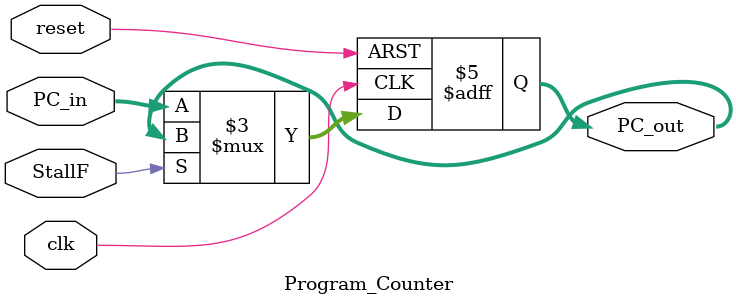
<source format=v>
module Program_Counter(clk, reset, PC_in, PC_out, StallF);

    input clk, reset, StallF;
    input [31:0] PC_in;
    output reg [31:0] PC_out;

    always @(posedge clk or posedge reset)
    begin
        if(reset)
            PC_out <= 32'b0;
        else if(StallF)
            PC_out <= PC_out;
        else
            PC_out <= PC_in;
    end

endmodule
</source>
